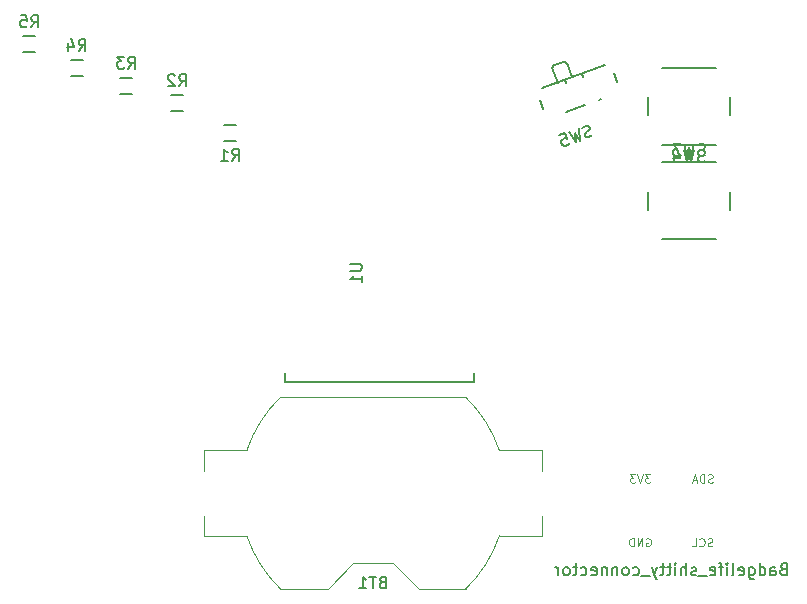
<source format=gbr>
G04 #@! TF.FileFunction,Legend,Bot*
%FSLAX46Y46*%
G04 Gerber Fmt 4.6, Leading zero omitted, Abs format (unit mm)*
G04 Created by KiCad (PCBNEW 4.0.7) date 2018 August 25, Saturday 11:39:21*
%MOMM*%
%LPD*%
G01*
G04 APERTURE LIST*
%ADD10C,0.100000*%
%ADD11C,0.150000*%
%ADD12C,0.152400*%
%ADD13C,0.120000*%
G04 APERTURE END LIST*
D10*
D11*
X53251593Y45709238D02*
X53148987Y45991146D01*
X51842054Y45196208D02*
X51739448Y45478115D01*
X54649039Y43770258D02*
X54836978Y43838662D01*
X50684021Y46477403D02*
X50803556Y46733745D01*
X51905622Y46922029D02*
X51649279Y47041563D01*
X51128648Y45255802D02*
X50684021Y46477403D01*
X50803556Y46733745D02*
X51649279Y47041563D01*
X51905622Y46922029D02*
X52350248Y45700428D01*
X49766093Y44759873D02*
X55122341Y46709388D01*
X51829961Y42744197D02*
X53427439Y43325632D01*
X49877681Y42991386D02*
X49604065Y43743140D01*
X55900006Y46034675D02*
X56173622Y45282921D01*
X64500000Y32000000D02*
X60000000Y32000000D01*
X65750000Y36000000D02*
X65750000Y34500000D01*
X60000000Y38500000D02*
X64500000Y38500000D01*
X58750000Y34500000D02*
X58750000Y36000000D01*
X60000000Y46500000D02*
X64500000Y46500000D01*
X58750000Y42500000D02*
X58750000Y44000000D01*
X64500000Y40000000D02*
X60000000Y40000000D01*
X65750000Y44000000D02*
X65750000Y42500000D01*
X23900000Y41675000D02*
X22900000Y41675000D01*
X22900000Y40325000D02*
X23900000Y40325000D01*
X18400000Y42825000D02*
X19400000Y42825000D01*
X19400000Y44175000D02*
X18400000Y44175000D01*
X14100000Y44325000D02*
X15100000Y44325000D01*
X15100000Y45675000D02*
X14100000Y45675000D01*
X9900000Y45825000D02*
X10900000Y45825000D01*
X10900000Y47175000D02*
X9900000Y47175000D01*
X5900000Y47825000D02*
X6900000Y47825000D01*
X6900000Y49175000D02*
X5900000Y49175000D01*
D12*
X44016000Y20641000D02*
X44016000Y19879000D01*
X44016000Y19879000D02*
X28014000Y19879000D01*
X28014000Y19879000D02*
X28014000Y20641000D01*
D13*
X43345370Y2388211D02*
G75*
G03X46192000Y6890000I-7845370J8111789D01*
G01*
X27654630Y18611789D02*
G75*
G03X24808000Y14110000I7845370J-8111789D01*
G01*
X27654630Y2388211D02*
G75*
G02X24808000Y6890000I7845370J8111789D01*
G01*
X43345370Y18611789D02*
G75*
G02X46192000Y14110000I-7845370J-8111789D01*
G01*
X49810000Y8600000D02*
X49810000Y6890000D01*
X46192000Y6890000D02*
X49810000Y6890000D01*
X39360000Y2390000D02*
X43347300Y2390000D01*
X37160000Y4590000D02*
X39360000Y2390000D01*
X33840000Y4590000D02*
X37160000Y4590000D01*
X33840000Y4590000D02*
X31640000Y2390000D01*
X27652700Y2390000D02*
X31640000Y2390000D01*
X21190000Y8600000D02*
X21190000Y6890000D01*
X21190000Y6890000D02*
X24808000Y6890000D01*
X24808000Y14110000D02*
X21190000Y14110000D01*
X21190000Y12400000D02*
X21190000Y14110000D01*
X43347300Y18610000D02*
X27652700Y18610000D01*
X49810000Y12400000D02*
X49810000Y14110000D01*
X49810000Y14110000D02*
X46192000Y14110000D01*
D11*
X54067735Y40786751D02*
X53949780Y40693144D01*
X53726043Y40611710D01*
X53620262Y40623884D01*
X53559228Y40652345D01*
X53481907Y40725552D01*
X53449334Y40815047D01*
X53461508Y40920828D01*
X53489969Y40981862D01*
X53563176Y41059183D01*
X53725879Y41169077D01*
X53799087Y41246398D01*
X53827547Y41307432D01*
X53839721Y41413213D01*
X53807148Y41502707D01*
X53729828Y41575915D01*
X53668794Y41604376D01*
X53563013Y41616550D01*
X53339276Y41535116D01*
X53221320Y41441509D01*
X52891803Y41372249D02*
X53010087Y40351124D01*
X52586797Y40957186D01*
X52652109Y40220830D01*
X52086352Y41079089D01*
X51280901Y40785929D02*
X51728375Y40948796D01*
X51935988Y40517610D01*
X51874954Y40546071D01*
X51769173Y40558245D01*
X51545436Y40476811D01*
X51472229Y40399491D01*
X51443768Y40338457D01*
X51431594Y40232675D01*
X51513028Y40008939D01*
X51590348Y39935731D01*
X51651382Y39907270D01*
X51757163Y39895096D01*
X51980900Y39976530D01*
X52054108Y40053851D01*
X52082569Y40114885D01*
X63583333Y39095238D02*
X63440476Y39047619D01*
X63202380Y39047619D01*
X63107142Y39095238D01*
X63059523Y39142857D01*
X63011904Y39238095D01*
X63011904Y39333333D01*
X63059523Y39428571D01*
X63107142Y39476190D01*
X63202380Y39523810D01*
X63392857Y39571429D01*
X63488095Y39619048D01*
X63535714Y39666667D01*
X63583333Y39761905D01*
X63583333Y39857143D01*
X63535714Y39952381D01*
X63488095Y40000000D01*
X63392857Y40047619D01*
X63154761Y40047619D01*
X63011904Y40000000D01*
X62678571Y40047619D02*
X62440476Y39047619D01*
X62249999Y39761905D01*
X62059523Y39047619D01*
X61821428Y40047619D01*
X61535714Y40047619D02*
X60916666Y40047619D01*
X61250000Y39666667D01*
X61107142Y39666667D01*
X61011904Y39619048D01*
X60964285Y39571429D01*
X60916666Y39476190D01*
X60916666Y39238095D01*
X60964285Y39142857D01*
X61011904Y39095238D01*
X61107142Y39047619D01*
X61392857Y39047619D01*
X61488095Y39095238D01*
X61535714Y39142857D01*
X70228573Y4071429D02*
X70085716Y4023810D01*
X70038097Y3976190D01*
X69990478Y3880952D01*
X69990478Y3738095D01*
X70038097Y3642857D01*
X70085716Y3595238D01*
X70180954Y3547619D01*
X70561907Y3547619D01*
X70561907Y4547619D01*
X70228573Y4547619D01*
X70133335Y4500000D01*
X70085716Y4452381D01*
X70038097Y4357143D01*
X70038097Y4261905D01*
X70085716Y4166667D01*
X70133335Y4119048D01*
X70228573Y4071429D01*
X70561907Y4071429D01*
X69133335Y3547619D02*
X69133335Y4071429D01*
X69180954Y4166667D01*
X69276192Y4214286D01*
X69466669Y4214286D01*
X69561907Y4166667D01*
X69133335Y3595238D02*
X69228573Y3547619D01*
X69466669Y3547619D01*
X69561907Y3595238D01*
X69609526Y3690476D01*
X69609526Y3785714D01*
X69561907Y3880952D01*
X69466669Y3928571D01*
X69228573Y3928571D01*
X69133335Y3976190D01*
X68228573Y3547619D02*
X68228573Y4547619D01*
X68228573Y3595238D02*
X68323811Y3547619D01*
X68514288Y3547619D01*
X68609526Y3595238D01*
X68657145Y3642857D01*
X68704764Y3738095D01*
X68704764Y4023810D01*
X68657145Y4119048D01*
X68609526Y4166667D01*
X68514288Y4214286D01*
X68323811Y4214286D01*
X68228573Y4166667D01*
X67323811Y4214286D02*
X67323811Y3404762D01*
X67371430Y3309524D01*
X67419049Y3261905D01*
X67514288Y3214286D01*
X67657145Y3214286D01*
X67752383Y3261905D01*
X67323811Y3595238D02*
X67419049Y3547619D01*
X67609526Y3547619D01*
X67704764Y3595238D01*
X67752383Y3642857D01*
X67800002Y3738095D01*
X67800002Y4023810D01*
X67752383Y4119048D01*
X67704764Y4166667D01*
X67609526Y4214286D01*
X67419049Y4214286D01*
X67323811Y4166667D01*
X66466668Y3595238D02*
X66561906Y3547619D01*
X66752383Y3547619D01*
X66847621Y3595238D01*
X66895240Y3690476D01*
X66895240Y4071429D01*
X66847621Y4166667D01*
X66752383Y4214286D01*
X66561906Y4214286D01*
X66466668Y4166667D01*
X66419049Y4071429D01*
X66419049Y3976190D01*
X66895240Y3880952D01*
X65847621Y3547619D02*
X65942859Y3595238D01*
X65990478Y3690476D01*
X65990478Y4547619D01*
X65466668Y3547619D02*
X65466668Y4214286D01*
X65466668Y4547619D02*
X65514287Y4500000D01*
X65466668Y4452381D01*
X65419049Y4500000D01*
X65466668Y4547619D01*
X65466668Y4452381D01*
X65133335Y4214286D02*
X64752383Y4214286D01*
X64990478Y3547619D02*
X64990478Y4404762D01*
X64942859Y4500000D01*
X64847621Y4547619D01*
X64752383Y4547619D01*
X64038096Y3595238D02*
X64133334Y3547619D01*
X64323811Y3547619D01*
X64419049Y3595238D01*
X64466668Y3690476D01*
X64466668Y4071429D01*
X64419049Y4166667D01*
X64323811Y4214286D01*
X64133334Y4214286D01*
X64038096Y4166667D01*
X63990477Y4071429D01*
X63990477Y3976190D01*
X64466668Y3880952D01*
X63800001Y3452381D02*
X63038096Y3452381D01*
X62847620Y3595238D02*
X62752382Y3547619D01*
X62561906Y3547619D01*
X62466667Y3595238D01*
X62419048Y3690476D01*
X62419048Y3738095D01*
X62466667Y3833333D01*
X62561906Y3880952D01*
X62704763Y3880952D01*
X62800001Y3928571D01*
X62847620Y4023810D01*
X62847620Y4071429D01*
X62800001Y4166667D01*
X62704763Y4214286D01*
X62561906Y4214286D01*
X62466667Y4166667D01*
X61990477Y3547619D02*
X61990477Y4547619D01*
X61561905Y3547619D02*
X61561905Y4071429D01*
X61609524Y4166667D01*
X61704762Y4214286D01*
X61847620Y4214286D01*
X61942858Y4166667D01*
X61990477Y4119048D01*
X61085715Y3547619D02*
X61085715Y4214286D01*
X61085715Y4547619D02*
X61133334Y4500000D01*
X61085715Y4452381D01*
X61038096Y4500000D01*
X61085715Y4547619D01*
X61085715Y4452381D01*
X60752382Y4214286D02*
X60371430Y4214286D01*
X60609525Y4547619D02*
X60609525Y3690476D01*
X60561906Y3595238D01*
X60466668Y3547619D01*
X60371430Y3547619D01*
X60180953Y4214286D02*
X59800001Y4214286D01*
X60038096Y4547619D02*
X60038096Y3690476D01*
X59990477Y3595238D01*
X59895239Y3547619D01*
X59800001Y3547619D01*
X59561905Y4214286D02*
X59323810Y3547619D01*
X59085714Y4214286D02*
X59323810Y3547619D01*
X59419048Y3309524D01*
X59466667Y3261905D01*
X59561905Y3214286D01*
X58942857Y3452381D02*
X58180952Y3452381D01*
X57514285Y3595238D02*
X57609523Y3547619D01*
X57800000Y3547619D01*
X57895238Y3595238D01*
X57942857Y3642857D01*
X57990476Y3738095D01*
X57990476Y4023810D01*
X57942857Y4119048D01*
X57895238Y4166667D01*
X57800000Y4214286D01*
X57609523Y4214286D01*
X57514285Y4166667D01*
X56942857Y3547619D02*
X57038095Y3595238D01*
X57085714Y3642857D01*
X57133333Y3738095D01*
X57133333Y4023810D01*
X57085714Y4119048D01*
X57038095Y4166667D01*
X56942857Y4214286D01*
X56799999Y4214286D01*
X56704761Y4166667D01*
X56657142Y4119048D01*
X56609523Y4023810D01*
X56609523Y3738095D01*
X56657142Y3642857D01*
X56704761Y3595238D01*
X56799999Y3547619D01*
X56942857Y3547619D01*
X56180952Y4214286D02*
X56180952Y3547619D01*
X56180952Y4119048D02*
X56133333Y4166667D01*
X56038095Y4214286D01*
X55895237Y4214286D01*
X55799999Y4166667D01*
X55752380Y4071429D01*
X55752380Y3547619D01*
X55276190Y4214286D02*
X55276190Y3547619D01*
X55276190Y4119048D02*
X55228571Y4166667D01*
X55133333Y4214286D01*
X54990475Y4214286D01*
X54895237Y4166667D01*
X54847618Y4071429D01*
X54847618Y3547619D01*
X53990475Y3595238D02*
X54085713Y3547619D01*
X54276190Y3547619D01*
X54371428Y3595238D01*
X54419047Y3690476D01*
X54419047Y4071429D01*
X54371428Y4166667D01*
X54276190Y4214286D01*
X54085713Y4214286D01*
X53990475Y4166667D01*
X53942856Y4071429D01*
X53942856Y3976190D01*
X54419047Y3880952D01*
X53085713Y3595238D02*
X53180951Y3547619D01*
X53371428Y3547619D01*
X53466666Y3595238D01*
X53514285Y3642857D01*
X53561904Y3738095D01*
X53561904Y4023810D01*
X53514285Y4119048D01*
X53466666Y4166667D01*
X53371428Y4214286D01*
X53180951Y4214286D01*
X53085713Y4166667D01*
X52799999Y4214286D02*
X52419047Y4214286D01*
X52657142Y4547619D02*
X52657142Y3690476D01*
X52609523Y3595238D01*
X52514285Y3547619D01*
X52419047Y3547619D01*
X51942856Y3547619D02*
X52038094Y3595238D01*
X52085713Y3642857D01*
X52133332Y3738095D01*
X52133332Y4023810D01*
X52085713Y4119048D01*
X52038094Y4166667D01*
X51942856Y4214286D01*
X51799998Y4214286D01*
X51704760Y4166667D01*
X51657141Y4119048D01*
X51609522Y4023810D01*
X51609522Y3738095D01*
X51657141Y3642857D01*
X51704760Y3595238D01*
X51799998Y3547619D01*
X51942856Y3547619D01*
X51180951Y3547619D02*
X51180951Y4214286D01*
X51180951Y4023810D02*
X51133332Y4119048D01*
X51085713Y4166667D01*
X50990475Y4214286D01*
X50895236Y4214286D01*
D10*
X64250000Y11416667D02*
X64150000Y11383333D01*
X63983333Y11383333D01*
X63916666Y11416667D01*
X63883333Y11450000D01*
X63850000Y11516667D01*
X63850000Y11583333D01*
X63883333Y11650000D01*
X63916666Y11683333D01*
X63983333Y11716667D01*
X64116666Y11750000D01*
X64183333Y11783333D01*
X64216666Y11816667D01*
X64250000Y11883333D01*
X64250000Y11950000D01*
X64216666Y12016667D01*
X64183333Y12050000D01*
X64116666Y12083333D01*
X63950000Y12083333D01*
X63850000Y12050000D01*
X63549999Y11383333D02*
X63549999Y12083333D01*
X63383333Y12083333D01*
X63283333Y12050000D01*
X63216666Y11983333D01*
X63183333Y11916667D01*
X63149999Y11783333D01*
X63149999Y11683333D01*
X63183333Y11550000D01*
X63216666Y11483333D01*
X63283333Y11416667D01*
X63383333Y11383333D01*
X63549999Y11383333D01*
X62883333Y11583333D02*
X62549999Y11583333D01*
X62949999Y11383333D02*
X62716666Y12083333D01*
X62483333Y11383333D01*
X64233334Y6016667D02*
X64133334Y5983333D01*
X63966667Y5983333D01*
X63900000Y6016667D01*
X63866667Y6050000D01*
X63833334Y6116667D01*
X63833334Y6183333D01*
X63866667Y6250000D01*
X63900000Y6283333D01*
X63966667Y6316667D01*
X64100000Y6350000D01*
X64166667Y6383333D01*
X64200000Y6416667D01*
X64233334Y6483333D01*
X64233334Y6550000D01*
X64200000Y6616667D01*
X64166667Y6650000D01*
X64100000Y6683333D01*
X63933334Y6683333D01*
X63833334Y6650000D01*
X63133333Y6050000D02*
X63166667Y6016667D01*
X63266667Y5983333D01*
X63333333Y5983333D01*
X63433333Y6016667D01*
X63500000Y6083333D01*
X63533333Y6150000D01*
X63566667Y6283333D01*
X63566667Y6383333D01*
X63533333Y6516667D01*
X63500000Y6583333D01*
X63433333Y6650000D01*
X63333333Y6683333D01*
X63266667Y6683333D01*
X63166667Y6650000D01*
X63133333Y6616667D01*
X62500000Y5983333D02*
X62833333Y5983333D01*
X62833333Y6683333D01*
X58633333Y6650000D02*
X58699999Y6683333D01*
X58799999Y6683333D01*
X58899999Y6650000D01*
X58966666Y6583333D01*
X58999999Y6516667D01*
X59033333Y6383333D01*
X59033333Y6283333D01*
X58999999Y6150000D01*
X58966666Y6083333D01*
X58899999Y6016667D01*
X58799999Y5983333D01*
X58733333Y5983333D01*
X58633333Y6016667D01*
X58599999Y6050000D01*
X58599999Y6283333D01*
X58733333Y6283333D01*
X58299999Y5983333D02*
X58299999Y6683333D01*
X57899999Y5983333D01*
X57899999Y6683333D01*
X57566666Y5983333D02*
X57566666Y6683333D01*
X57400000Y6683333D01*
X57300000Y6650000D01*
X57233333Y6583333D01*
X57200000Y6516667D01*
X57166666Y6383333D01*
X57166666Y6283333D01*
X57200000Y6150000D01*
X57233333Y6083333D01*
X57300000Y6016667D01*
X57400000Y5983333D01*
X57566666Y5983333D01*
X58966667Y12083333D02*
X58533334Y12083333D01*
X58766667Y11816667D01*
X58666667Y11816667D01*
X58600000Y11783333D01*
X58566667Y11750000D01*
X58533334Y11683333D01*
X58533334Y11516667D01*
X58566667Y11450000D01*
X58600000Y11416667D01*
X58666667Y11383333D01*
X58866667Y11383333D01*
X58933334Y11416667D01*
X58966667Y11450000D01*
X58333333Y12083333D02*
X58100000Y11383333D01*
X57866667Y12083333D01*
X57700000Y12083333D02*
X57266667Y12083333D01*
X57500000Y11816667D01*
X57400000Y11816667D01*
X57333333Y11783333D01*
X57300000Y11750000D01*
X57266667Y11683333D01*
X57266667Y11516667D01*
X57300000Y11450000D01*
X57333333Y11416667D01*
X57400000Y11383333D01*
X57600000Y11383333D01*
X57666667Y11416667D01*
X57700000Y11450000D01*
D11*
X63583333Y38595238D02*
X63440476Y38547619D01*
X63202380Y38547619D01*
X63107142Y38595238D01*
X63059523Y38642857D01*
X63011904Y38738095D01*
X63011904Y38833333D01*
X63059523Y38928571D01*
X63107142Y38976190D01*
X63202380Y39023810D01*
X63392857Y39071429D01*
X63488095Y39119048D01*
X63535714Y39166667D01*
X63583333Y39261905D01*
X63583333Y39357143D01*
X63535714Y39452381D01*
X63488095Y39500000D01*
X63392857Y39547619D01*
X63154761Y39547619D01*
X63011904Y39500000D01*
X62678571Y39547619D02*
X62440476Y38547619D01*
X62249999Y39261905D01*
X62059523Y38547619D01*
X61821428Y39547619D01*
X61011904Y39214286D02*
X61011904Y38547619D01*
X61250000Y39595238D02*
X61488095Y38880952D01*
X60869047Y38880952D01*
X23566666Y38647619D02*
X23900000Y39123810D01*
X24138095Y38647619D02*
X24138095Y39647619D01*
X23757142Y39647619D01*
X23661904Y39600000D01*
X23614285Y39552381D01*
X23566666Y39457143D01*
X23566666Y39314286D01*
X23614285Y39219048D01*
X23661904Y39171429D01*
X23757142Y39123810D01*
X24138095Y39123810D01*
X22614285Y38647619D02*
X23185714Y38647619D01*
X22900000Y38647619D02*
X22900000Y39647619D01*
X22995238Y39504762D01*
X23090476Y39409524D01*
X23185714Y39361905D01*
X19066666Y44947619D02*
X19400000Y45423810D01*
X19638095Y44947619D02*
X19638095Y45947619D01*
X19257142Y45947619D01*
X19161904Y45900000D01*
X19114285Y45852381D01*
X19066666Y45757143D01*
X19066666Y45614286D01*
X19114285Y45519048D01*
X19161904Y45471429D01*
X19257142Y45423810D01*
X19638095Y45423810D01*
X18685714Y45852381D02*
X18638095Y45900000D01*
X18542857Y45947619D01*
X18304761Y45947619D01*
X18209523Y45900000D01*
X18161904Y45852381D01*
X18114285Y45757143D01*
X18114285Y45661905D01*
X18161904Y45519048D01*
X18733333Y44947619D01*
X18114285Y44947619D01*
X14766666Y46447619D02*
X15100000Y46923810D01*
X15338095Y46447619D02*
X15338095Y47447619D01*
X14957142Y47447619D01*
X14861904Y47400000D01*
X14814285Y47352381D01*
X14766666Y47257143D01*
X14766666Y47114286D01*
X14814285Y47019048D01*
X14861904Y46971429D01*
X14957142Y46923810D01*
X15338095Y46923810D01*
X14433333Y47447619D02*
X13814285Y47447619D01*
X14147619Y47066667D01*
X14004761Y47066667D01*
X13909523Y47019048D01*
X13861904Y46971429D01*
X13814285Y46876190D01*
X13814285Y46638095D01*
X13861904Y46542857D01*
X13909523Y46495238D01*
X14004761Y46447619D01*
X14290476Y46447619D01*
X14385714Y46495238D01*
X14433333Y46542857D01*
X10566666Y47947619D02*
X10900000Y48423810D01*
X11138095Y47947619D02*
X11138095Y48947619D01*
X10757142Y48947619D01*
X10661904Y48900000D01*
X10614285Y48852381D01*
X10566666Y48757143D01*
X10566666Y48614286D01*
X10614285Y48519048D01*
X10661904Y48471429D01*
X10757142Y48423810D01*
X11138095Y48423810D01*
X9709523Y48614286D02*
X9709523Y47947619D01*
X9947619Y48995238D02*
X10185714Y48280952D01*
X9566666Y48280952D01*
X6566666Y49947619D02*
X6900000Y50423810D01*
X7138095Y49947619D02*
X7138095Y50947619D01*
X6757142Y50947619D01*
X6661904Y50900000D01*
X6614285Y50852381D01*
X6566666Y50757143D01*
X6566666Y50614286D01*
X6614285Y50519048D01*
X6661904Y50471429D01*
X6757142Y50423810D01*
X7138095Y50423810D01*
X5661904Y50947619D02*
X6138095Y50947619D01*
X6185714Y50471429D01*
X6138095Y50519048D01*
X6042857Y50566667D01*
X5804761Y50566667D01*
X5709523Y50519048D01*
X5661904Y50471429D01*
X5614285Y50376190D01*
X5614285Y50138095D01*
X5661904Y50042857D01*
X5709523Y49995238D01*
X5804761Y49947619D01*
X6042857Y49947619D01*
X6138095Y49995238D01*
X6185714Y50042857D01*
X33562381Y29911905D02*
X34371905Y29911905D01*
X34467143Y29864286D01*
X34514762Y29816667D01*
X34562381Y29721429D01*
X34562381Y29530952D01*
X34514762Y29435714D01*
X34467143Y29388095D01*
X34371905Y29340476D01*
X33562381Y29340476D01*
X34562381Y28340476D02*
X34562381Y28911905D01*
X34562381Y28626191D02*
X33562381Y28626191D01*
X33705238Y28721429D01*
X33800476Y28816667D01*
X33848095Y28911905D01*
X36285714Y2951429D02*
X36142857Y2903810D01*
X36095238Y2856190D01*
X36047619Y2760952D01*
X36047619Y2618095D01*
X36095238Y2522857D01*
X36142857Y2475238D01*
X36238095Y2427619D01*
X36619048Y2427619D01*
X36619048Y3427619D01*
X36285714Y3427619D01*
X36190476Y3380000D01*
X36142857Y3332381D01*
X36095238Y3237143D01*
X36095238Y3141905D01*
X36142857Y3046667D01*
X36190476Y2999048D01*
X36285714Y2951429D01*
X36619048Y2951429D01*
X35761905Y3427619D02*
X35190476Y3427619D01*
X35476191Y2427619D02*
X35476191Y3427619D01*
X34333333Y2427619D02*
X34904762Y2427619D01*
X34619048Y2427619D02*
X34619048Y3427619D01*
X34714286Y3284762D01*
X34809524Y3189524D01*
X34904762Y3141905D01*
M02*

</source>
